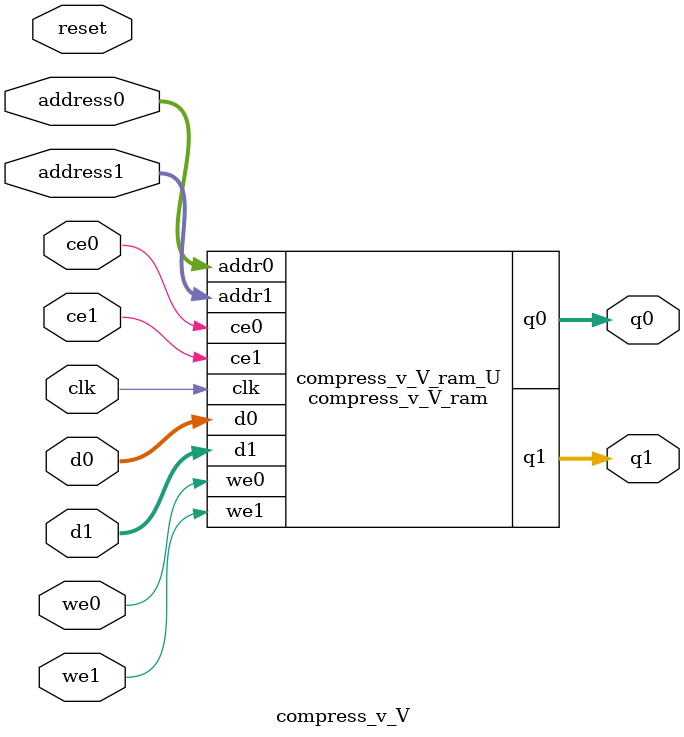
<source format=v>
`timescale 1 ns / 1 ps
module compress_v_V_ram (addr0, ce0, d0, we0, q0, addr1, ce1, d1, we1, q1,  clk);

parameter DWIDTH = 32;
parameter AWIDTH = 4;
parameter MEM_SIZE = 16;

input[AWIDTH-1:0] addr0;
input ce0;
input[DWIDTH-1:0] d0;
input we0;
output reg[DWIDTH-1:0] q0;
input[AWIDTH-1:0] addr1;
input ce1;
input[DWIDTH-1:0] d1;
input we1;
output reg[DWIDTH-1:0] q1;
input clk;

(* ram_style = "block" *)reg [DWIDTH-1:0] ram[0:MEM_SIZE-1];




always @(posedge clk)  
begin 
    if (ce0) begin
        if (we0) 
            ram[addr0] <= d0; 
        q0 <= ram[addr0];
    end
end


always @(posedge clk)  
begin 
    if (ce1) begin
        if (we1) 
            ram[addr1] <= d1; 
        q1 <= ram[addr1];
    end
end


endmodule

`timescale 1 ns / 1 ps
module compress_v_V(
    reset,
    clk,
    address0,
    ce0,
    we0,
    d0,
    q0,
    address1,
    ce1,
    we1,
    d1,
    q1);

parameter DataWidth = 32'd32;
parameter AddressRange = 32'd16;
parameter AddressWidth = 32'd4;
input reset;
input clk;
input[AddressWidth - 1:0] address0;
input ce0;
input we0;
input[DataWidth - 1:0] d0;
output[DataWidth - 1:0] q0;
input[AddressWidth - 1:0] address1;
input ce1;
input we1;
input[DataWidth - 1:0] d1;
output[DataWidth - 1:0] q1;



compress_v_V_ram compress_v_V_ram_U(
    .clk( clk ),
    .addr0( address0 ),
    .ce0( ce0 ),
    .we0( we0 ),
    .d0( d0 ),
    .q0( q0 ),
    .addr1( address1 ),
    .ce1( ce1 ),
    .we1( we1 ),
    .d1( d1 ),
    .q1( q1 ));

endmodule


</source>
